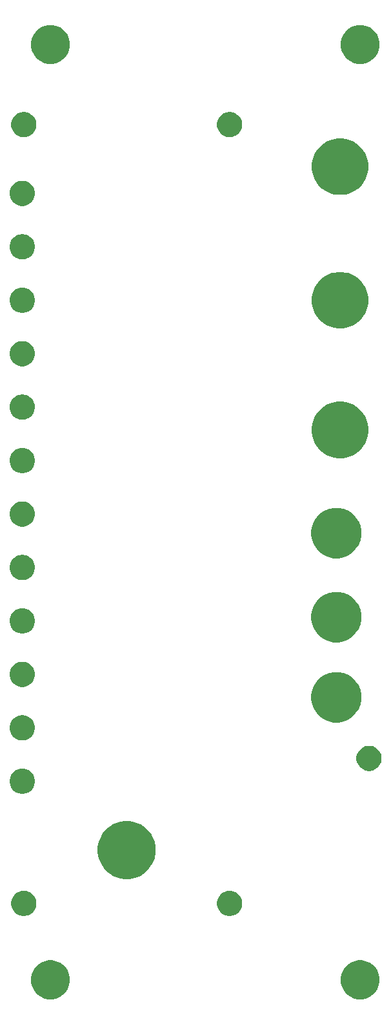
<source format=gbr>
G04 #@! TF.GenerationSoftware,KiCad,Pcbnew,(5.1.2)-1*
G04 #@! TF.CreationDate,2019-06-17T06:44:55-07:00*
G04 #@! TF.ProjectId,panel,70616e65-6c2e-46b6-9963-61645f706362,rev?*
G04 #@! TF.SameCoordinates,Original*
G04 #@! TF.FileFunction,Soldermask,Top*
G04 #@! TF.FilePolarity,Negative*
%FSLAX46Y46*%
G04 Gerber Fmt 4.6, Leading zero omitted, Abs format (unit mm)*
G04 Created by KiCad (PCBNEW (5.1.2)-1) date 2019-06-17 06:44:55*
%MOMM*%
%LPD*%
G04 APERTURE LIST*
%ADD10C,0.100000*%
G04 APERTURE END LIST*
D10*
G36*
X108884098Y-183047033D02*
G01*
X109348350Y-183239332D01*
X109348352Y-183239333D01*
X109766168Y-183518509D01*
X110121491Y-183873832D01*
X110400667Y-184291648D01*
X110400668Y-184291650D01*
X110592967Y-184755902D01*
X110691000Y-185248747D01*
X110691000Y-185751253D01*
X110592967Y-186244098D01*
X110400668Y-186708350D01*
X110400667Y-186708352D01*
X110121491Y-187126168D01*
X109766168Y-187481491D01*
X109348352Y-187760667D01*
X109348351Y-187760668D01*
X109348350Y-187760668D01*
X108884098Y-187952967D01*
X108391253Y-188051000D01*
X107888747Y-188051000D01*
X107395902Y-187952967D01*
X106931650Y-187760668D01*
X106931649Y-187760668D01*
X106931648Y-187760667D01*
X106513832Y-187481491D01*
X106158509Y-187126168D01*
X105879333Y-186708352D01*
X105879332Y-186708350D01*
X105687033Y-186244098D01*
X105589000Y-185751253D01*
X105589000Y-185248747D01*
X105687033Y-184755902D01*
X105879332Y-184291650D01*
X105879333Y-184291648D01*
X106158509Y-183873832D01*
X106513832Y-183518509D01*
X106931648Y-183239333D01*
X106931650Y-183239332D01*
X107395902Y-183047033D01*
X107888747Y-182949000D01*
X108391253Y-182949000D01*
X108884098Y-183047033D01*
X108884098Y-183047033D01*
G37*
G36*
X68244098Y-183047033D02*
G01*
X68708350Y-183239332D01*
X68708352Y-183239333D01*
X69126168Y-183518509D01*
X69481491Y-183873832D01*
X69760667Y-184291648D01*
X69760668Y-184291650D01*
X69952967Y-184755902D01*
X70051000Y-185248747D01*
X70051000Y-185751253D01*
X69952967Y-186244098D01*
X69760668Y-186708350D01*
X69760667Y-186708352D01*
X69481491Y-187126168D01*
X69126168Y-187481491D01*
X68708352Y-187760667D01*
X68708351Y-187760668D01*
X68708350Y-187760668D01*
X68244098Y-187952967D01*
X67751253Y-188051000D01*
X67248747Y-188051000D01*
X66755902Y-187952967D01*
X66291650Y-187760668D01*
X66291649Y-187760668D01*
X66291648Y-187760667D01*
X65873832Y-187481491D01*
X65518509Y-187126168D01*
X65239333Y-186708352D01*
X65239332Y-186708350D01*
X65047033Y-186244098D01*
X64949000Y-185751253D01*
X64949000Y-185248747D01*
X65047033Y-184755902D01*
X65239332Y-184291650D01*
X65239333Y-184291648D01*
X65518509Y-183873832D01*
X65873832Y-183518509D01*
X66291648Y-183239333D01*
X66291650Y-183239332D01*
X66755902Y-183047033D01*
X67248747Y-182949000D01*
X67751253Y-182949000D01*
X68244098Y-183047033D01*
X68244098Y-183047033D01*
G37*
G36*
X91375256Y-173891298D02*
G01*
X91481579Y-173912447D01*
X91782042Y-174036903D01*
X92052451Y-174217585D01*
X92282415Y-174447549D01*
X92463097Y-174717958D01*
X92587553Y-175018421D01*
X92651000Y-175337391D01*
X92651000Y-175662609D01*
X92587553Y-175981579D01*
X92463097Y-176282042D01*
X92282415Y-176552451D01*
X92052451Y-176782415D01*
X91782042Y-176963097D01*
X91481579Y-177087553D01*
X91375256Y-177108702D01*
X91162611Y-177151000D01*
X90837389Y-177151000D01*
X90624744Y-177108702D01*
X90518421Y-177087553D01*
X90217958Y-176963097D01*
X89947549Y-176782415D01*
X89717585Y-176552451D01*
X89536903Y-176282042D01*
X89412447Y-175981579D01*
X89349000Y-175662609D01*
X89349000Y-175337391D01*
X89412447Y-175018421D01*
X89536903Y-174717958D01*
X89717585Y-174447549D01*
X89947549Y-174217585D01*
X90217958Y-174036903D01*
X90518421Y-173912447D01*
X90624744Y-173891298D01*
X90837389Y-173849000D01*
X91162611Y-173849000D01*
X91375256Y-173891298D01*
X91375256Y-173891298D01*
G37*
G36*
X64375256Y-173891298D02*
G01*
X64481579Y-173912447D01*
X64782042Y-174036903D01*
X65052451Y-174217585D01*
X65282415Y-174447549D01*
X65463097Y-174717958D01*
X65587553Y-175018421D01*
X65651000Y-175337391D01*
X65651000Y-175662609D01*
X65587553Y-175981579D01*
X65463097Y-176282042D01*
X65282415Y-176552451D01*
X65052451Y-176782415D01*
X64782042Y-176963097D01*
X64481579Y-177087553D01*
X64375256Y-177108702D01*
X64162611Y-177151000D01*
X63837389Y-177151000D01*
X63624744Y-177108702D01*
X63518421Y-177087553D01*
X63217958Y-176963097D01*
X62947549Y-176782415D01*
X62717585Y-176552451D01*
X62536903Y-176282042D01*
X62412447Y-175981579D01*
X62349000Y-175662609D01*
X62349000Y-175337391D01*
X62412447Y-175018421D01*
X62536903Y-174717958D01*
X62717585Y-174447549D01*
X62947549Y-174217585D01*
X63217958Y-174036903D01*
X63518421Y-173912447D01*
X63624744Y-173891298D01*
X63837389Y-173849000D01*
X64162611Y-173849000D01*
X64375256Y-173891298D01*
X64375256Y-173891298D01*
G37*
G36*
X78608710Y-164845070D02*
G01*
X79300447Y-165131597D01*
X79300448Y-165131598D01*
X79922996Y-165547571D01*
X80452429Y-166077004D01*
X80730374Y-166492978D01*
X80868403Y-166699553D01*
X81154930Y-167391290D01*
X81301000Y-168125633D01*
X81301000Y-168874367D01*
X81154930Y-169608710D01*
X80868403Y-170300447D01*
X80868402Y-170300448D01*
X80452429Y-170922996D01*
X79922996Y-171452429D01*
X79507022Y-171730374D01*
X79300447Y-171868403D01*
X78608710Y-172154930D01*
X77874367Y-172301000D01*
X77125633Y-172301000D01*
X76391290Y-172154930D01*
X75699553Y-171868403D01*
X75492978Y-171730374D01*
X75077004Y-171452429D01*
X74547571Y-170922996D01*
X74131598Y-170300448D01*
X74131597Y-170300447D01*
X73845070Y-169608710D01*
X73699000Y-168874367D01*
X73699000Y-168125633D01*
X73845070Y-167391290D01*
X74131597Y-166699553D01*
X74269626Y-166492978D01*
X74547571Y-166077004D01*
X75077004Y-165547571D01*
X75699552Y-165131598D01*
X75699553Y-165131597D01*
X76391290Y-164845070D01*
X77125633Y-164699000D01*
X77874367Y-164699000D01*
X78608710Y-164845070D01*
X78608710Y-164845070D01*
G37*
G36*
X64175256Y-157891298D02*
G01*
X64281579Y-157912447D01*
X64582042Y-158036903D01*
X64852451Y-158217585D01*
X65082415Y-158447549D01*
X65263097Y-158717958D01*
X65387553Y-159018421D01*
X65451000Y-159337391D01*
X65451000Y-159662609D01*
X65387553Y-159981579D01*
X65263097Y-160282042D01*
X65082415Y-160552451D01*
X64852451Y-160782415D01*
X64582042Y-160963097D01*
X64281579Y-161087553D01*
X64175256Y-161108702D01*
X63962611Y-161151000D01*
X63637389Y-161151000D01*
X63424744Y-161108702D01*
X63318421Y-161087553D01*
X63017958Y-160963097D01*
X62747549Y-160782415D01*
X62517585Y-160552451D01*
X62336903Y-160282042D01*
X62212447Y-159981579D01*
X62149000Y-159662609D01*
X62149000Y-159337391D01*
X62212447Y-159018421D01*
X62336903Y-158717958D01*
X62517585Y-158447549D01*
X62747549Y-158217585D01*
X63017958Y-158036903D01*
X63318421Y-157912447D01*
X63424744Y-157891298D01*
X63637389Y-157849000D01*
X63962611Y-157849000D01*
X64175256Y-157891298D01*
X64175256Y-157891298D01*
G37*
G36*
X109675256Y-154891298D02*
G01*
X109781579Y-154912447D01*
X110082042Y-155036903D01*
X110352451Y-155217585D01*
X110582415Y-155447549D01*
X110763097Y-155717958D01*
X110887553Y-156018421D01*
X110951000Y-156337391D01*
X110951000Y-156662609D01*
X110887553Y-156981579D01*
X110763097Y-157282042D01*
X110582415Y-157552451D01*
X110352451Y-157782415D01*
X110082042Y-157963097D01*
X109781579Y-158087553D01*
X109675256Y-158108702D01*
X109462611Y-158151000D01*
X109137389Y-158151000D01*
X108924744Y-158108702D01*
X108818421Y-158087553D01*
X108517958Y-157963097D01*
X108247549Y-157782415D01*
X108017585Y-157552451D01*
X107836903Y-157282042D01*
X107712447Y-156981579D01*
X107649000Y-156662609D01*
X107649000Y-156337391D01*
X107712447Y-156018421D01*
X107836903Y-155717958D01*
X108017585Y-155447549D01*
X108247549Y-155217585D01*
X108517958Y-155036903D01*
X108818421Y-154912447D01*
X108924744Y-154891298D01*
X109137389Y-154849000D01*
X109462611Y-154849000D01*
X109675256Y-154891298D01*
X109675256Y-154891298D01*
G37*
G36*
X64175256Y-150891298D02*
G01*
X64281579Y-150912447D01*
X64582042Y-151036903D01*
X64852451Y-151217585D01*
X65082415Y-151447549D01*
X65263097Y-151717958D01*
X65387553Y-152018421D01*
X65451000Y-152337391D01*
X65451000Y-152662609D01*
X65387553Y-152981579D01*
X65263097Y-153282042D01*
X65082415Y-153552451D01*
X64852451Y-153782415D01*
X64582042Y-153963097D01*
X64281579Y-154087553D01*
X64175256Y-154108702D01*
X63962611Y-154151000D01*
X63637389Y-154151000D01*
X63424744Y-154108702D01*
X63318421Y-154087553D01*
X63017958Y-153963097D01*
X62747549Y-153782415D01*
X62517585Y-153552451D01*
X62336903Y-153282042D01*
X62212447Y-152981579D01*
X62149000Y-152662609D01*
X62149000Y-152337391D01*
X62212447Y-152018421D01*
X62336903Y-151717958D01*
X62517585Y-151447549D01*
X62747549Y-151217585D01*
X63017958Y-151036903D01*
X63318421Y-150912447D01*
X63424744Y-150891298D01*
X63637389Y-150849000D01*
X63962611Y-150849000D01*
X64175256Y-150891298D01*
X64175256Y-150891298D01*
G37*
G36*
X105962865Y-145325855D02*
G01*
X106563608Y-145574691D01*
X106563610Y-145574692D01*
X107104265Y-145935946D01*
X107564054Y-146395735D01*
X107925308Y-146936390D01*
X107925309Y-146936392D01*
X108174145Y-147537135D01*
X108301000Y-148174879D01*
X108301000Y-148825121D01*
X108174145Y-149462865D01*
X107925309Y-150063608D01*
X107925308Y-150063610D01*
X107564054Y-150604265D01*
X107104265Y-151064054D01*
X106563610Y-151425308D01*
X106563609Y-151425309D01*
X106563608Y-151425309D01*
X105962865Y-151674145D01*
X105325121Y-151801000D01*
X104674879Y-151801000D01*
X104037135Y-151674145D01*
X103436392Y-151425309D01*
X103436391Y-151425309D01*
X103436390Y-151425308D01*
X102895735Y-151064054D01*
X102435946Y-150604265D01*
X102074692Y-150063610D01*
X102074691Y-150063608D01*
X101825855Y-149462865D01*
X101699000Y-148825121D01*
X101699000Y-148174879D01*
X101825855Y-147537135D01*
X102074691Y-146936392D01*
X102074692Y-146936390D01*
X102435946Y-146395735D01*
X102895735Y-145935946D01*
X103436390Y-145574692D01*
X103436392Y-145574691D01*
X104037135Y-145325855D01*
X104674879Y-145199000D01*
X105325121Y-145199000D01*
X105962865Y-145325855D01*
X105962865Y-145325855D01*
G37*
G36*
X64175256Y-143891298D02*
G01*
X64281579Y-143912447D01*
X64582042Y-144036903D01*
X64852451Y-144217585D01*
X65082415Y-144447549D01*
X65082416Y-144447551D01*
X65263098Y-144717960D01*
X65387553Y-145018422D01*
X65448706Y-145325855D01*
X65451000Y-145337391D01*
X65451000Y-145662609D01*
X65387553Y-145981579D01*
X65263097Y-146282042D01*
X65082415Y-146552451D01*
X64852451Y-146782415D01*
X64582042Y-146963097D01*
X64281579Y-147087553D01*
X64175256Y-147108702D01*
X63962611Y-147151000D01*
X63637389Y-147151000D01*
X63424744Y-147108702D01*
X63318421Y-147087553D01*
X63017958Y-146963097D01*
X62747549Y-146782415D01*
X62517585Y-146552451D01*
X62336903Y-146282042D01*
X62212447Y-145981579D01*
X62149000Y-145662609D01*
X62149000Y-145337391D01*
X62151295Y-145325855D01*
X62212447Y-145018422D01*
X62336902Y-144717960D01*
X62517584Y-144447551D01*
X62517585Y-144447549D01*
X62747549Y-144217585D01*
X63017958Y-144036903D01*
X63318421Y-143912447D01*
X63424744Y-143891298D01*
X63637389Y-143849000D01*
X63962611Y-143849000D01*
X64175256Y-143891298D01*
X64175256Y-143891298D01*
G37*
G36*
X105962865Y-134825855D02*
G01*
X106563608Y-135074691D01*
X106563610Y-135074692D01*
X107104265Y-135435946D01*
X107564054Y-135895735D01*
X107925308Y-136436390D01*
X107925309Y-136436392D01*
X108174145Y-137037135D01*
X108301000Y-137674879D01*
X108301000Y-138325121D01*
X108174145Y-138962865D01*
X107929931Y-139552449D01*
X107925308Y-139563610D01*
X107564054Y-140104265D01*
X107104265Y-140564054D01*
X106563610Y-140925308D01*
X106563609Y-140925309D01*
X106563608Y-140925309D01*
X105962865Y-141174145D01*
X105325121Y-141301000D01*
X104674879Y-141301000D01*
X104037135Y-141174145D01*
X103436392Y-140925309D01*
X103436391Y-140925309D01*
X103436390Y-140925308D01*
X102895735Y-140564054D01*
X102435946Y-140104265D01*
X102074692Y-139563610D01*
X102070069Y-139552449D01*
X101825855Y-138962865D01*
X101699000Y-138325121D01*
X101699000Y-137674879D01*
X101825855Y-137037135D01*
X102074691Y-136436392D01*
X102074692Y-136436390D01*
X102435946Y-135895735D01*
X102895735Y-135435946D01*
X103436390Y-135074692D01*
X103436392Y-135074691D01*
X104037135Y-134825855D01*
X104674879Y-134699000D01*
X105325121Y-134699000D01*
X105962865Y-134825855D01*
X105962865Y-134825855D01*
G37*
G36*
X64175256Y-136891298D02*
G01*
X64281579Y-136912447D01*
X64582042Y-137036903D01*
X64852451Y-137217585D01*
X65082415Y-137447549D01*
X65082416Y-137447551D01*
X65263098Y-137717960D01*
X65387553Y-138018422D01*
X65448560Y-138325121D01*
X65451000Y-138337391D01*
X65451000Y-138662609D01*
X65387553Y-138981579D01*
X65263097Y-139282042D01*
X65082415Y-139552451D01*
X64852451Y-139782415D01*
X64582042Y-139963097D01*
X64281579Y-140087553D01*
X64197567Y-140104264D01*
X63962611Y-140151000D01*
X63637389Y-140151000D01*
X63402433Y-140104264D01*
X63318421Y-140087553D01*
X63017958Y-139963097D01*
X62747549Y-139782415D01*
X62517585Y-139552451D01*
X62336903Y-139282042D01*
X62212447Y-138981579D01*
X62149000Y-138662609D01*
X62149000Y-138337391D01*
X62151441Y-138325121D01*
X62212447Y-138018422D01*
X62336902Y-137717960D01*
X62517584Y-137447551D01*
X62517585Y-137447549D01*
X62747549Y-137217585D01*
X63017958Y-137036903D01*
X63318421Y-136912447D01*
X63424744Y-136891298D01*
X63637389Y-136849000D01*
X63962611Y-136849000D01*
X64175256Y-136891298D01*
X64175256Y-136891298D01*
G37*
G36*
X64175256Y-129891298D02*
G01*
X64281579Y-129912447D01*
X64582042Y-130036903D01*
X64852451Y-130217585D01*
X65082415Y-130447549D01*
X65263097Y-130717958D01*
X65387553Y-131018421D01*
X65451000Y-131337391D01*
X65451000Y-131662609D01*
X65387553Y-131981579D01*
X65263097Y-132282042D01*
X65082415Y-132552451D01*
X64852451Y-132782415D01*
X64582042Y-132963097D01*
X64281579Y-133087553D01*
X64175256Y-133108702D01*
X63962611Y-133151000D01*
X63637389Y-133151000D01*
X63424744Y-133108702D01*
X63318421Y-133087553D01*
X63017958Y-132963097D01*
X62747549Y-132782415D01*
X62517585Y-132552451D01*
X62336903Y-132282042D01*
X62212447Y-131981579D01*
X62149000Y-131662609D01*
X62149000Y-131337391D01*
X62212447Y-131018421D01*
X62336903Y-130717958D01*
X62517585Y-130447549D01*
X62747549Y-130217585D01*
X63017958Y-130036903D01*
X63318421Y-129912447D01*
X63424744Y-129891298D01*
X63637389Y-129849000D01*
X63962611Y-129849000D01*
X64175256Y-129891298D01*
X64175256Y-129891298D01*
G37*
G36*
X105962865Y-123825855D02*
G01*
X106563608Y-124074691D01*
X106563610Y-124074692D01*
X107104265Y-124435946D01*
X107564054Y-124895735D01*
X107822176Y-125282042D01*
X107925309Y-125436392D01*
X108174145Y-126037135D01*
X108301000Y-126674879D01*
X108301000Y-127325121D01*
X108174145Y-127962865D01*
X107925309Y-128563608D01*
X107925308Y-128563610D01*
X107564054Y-129104265D01*
X107104265Y-129564054D01*
X106563610Y-129925308D01*
X106563609Y-129925309D01*
X106563608Y-129925309D01*
X105962865Y-130174145D01*
X105325121Y-130301000D01*
X104674879Y-130301000D01*
X104037135Y-130174145D01*
X103436392Y-129925309D01*
X103436391Y-129925309D01*
X103436390Y-129925308D01*
X102895735Y-129564054D01*
X102435946Y-129104265D01*
X102074692Y-128563610D01*
X102074691Y-128563608D01*
X101825855Y-127962865D01*
X101699000Y-127325121D01*
X101699000Y-126674879D01*
X101825855Y-126037135D01*
X102074691Y-125436392D01*
X102177824Y-125282042D01*
X102435946Y-124895735D01*
X102895735Y-124435946D01*
X103436390Y-124074692D01*
X103436392Y-124074691D01*
X104037135Y-123825855D01*
X104674879Y-123699000D01*
X105325121Y-123699000D01*
X105962865Y-123825855D01*
X105962865Y-123825855D01*
G37*
G36*
X64175256Y-122891298D02*
G01*
X64281579Y-122912447D01*
X64582042Y-123036903D01*
X64852451Y-123217585D01*
X65082415Y-123447549D01*
X65263097Y-123717958D01*
X65387553Y-124018421D01*
X65451000Y-124337391D01*
X65451000Y-124662609D01*
X65387553Y-124981579D01*
X65263097Y-125282042D01*
X65082415Y-125552451D01*
X64852451Y-125782415D01*
X64582042Y-125963097D01*
X64281579Y-126087553D01*
X64175256Y-126108702D01*
X63962611Y-126151000D01*
X63637389Y-126151000D01*
X63424744Y-126108702D01*
X63318421Y-126087553D01*
X63017958Y-125963097D01*
X62747549Y-125782415D01*
X62517585Y-125552451D01*
X62336903Y-125282042D01*
X62212447Y-124981579D01*
X62149000Y-124662609D01*
X62149000Y-124337391D01*
X62212447Y-124018421D01*
X62336903Y-123717958D01*
X62517585Y-123447549D01*
X62747549Y-123217585D01*
X63017958Y-123036903D01*
X63318421Y-122912447D01*
X63424744Y-122891298D01*
X63637389Y-122849000D01*
X63962611Y-122849000D01*
X64175256Y-122891298D01*
X64175256Y-122891298D01*
G37*
G36*
X64175256Y-115891298D02*
G01*
X64281579Y-115912447D01*
X64582042Y-116036903D01*
X64852451Y-116217585D01*
X65082415Y-116447549D01*
X65263097Y-116717958D01*
X65387553Y-117018421D01*
X65451000Y-117337391D01*
X65451000Y-117662609D01*
X65387553Y-117981579D01*
X65263097Y-118282042D01*
X65082415Y-118552451D01*
X64852451Y-118782415D01*
X64582042Y-118963097D01*
X64281579Y-119087553D01*
X64175256Y-119108702D01*
X63962611Y-119151000D01*
X63637389Y-119151000D01*
X63424744Y-119108702D01*
X63318421Y-119087553D01*
X63017958Y-118963097D01*
X62747549Y-118782415D01*
X62517585Y-118552451D01*
X62336903Y-118282042D01*
X62212447Y-117981579D01*
X62149000Y-117662609D01*
X62149000Y-117337391D01*
X62212447Y-117018421D01*
X62336903Y-116717958D01*
X62517585Y-116447549D01*
X62747549Y-116217585D01*
X63017958Y-116036903D01*
X63318421Y-115912447D01*
X63424744Y-115891298D01*
X63637389Y-115849000D01*
X63962611Y-115849000D01*
X64175256Y-115891298D01*
X64175256Y-115891298D01*
G37*
G36*
X106222030Y-109870114D02*
G01*
X106579542Y-109941227D01*
X107253081Y-110220216D01*
X107859250Y-110625245D01*
X108374755Y-111140750D01*
X108779784Y-111746919D01*
X109058773Y-112420458D01*
X109201000Y-113135483D01*
X109201000Y-113864517D01*
X109058773Y-114579542D01*
X108779784Y-115253081D01*
X108374755Y-115859250D01*
X107859250Y-116374755D01*
X107253081Y-116779784D01*
X106579542Y-117058773D01*
X106222029Y-117129887D01*
X105864518Y-117201000D01*
X105135482Y-117201000D01*
X104777971Y-117129887D01*
X104420458Y-117058773D01*
X103746919Y-116779784D01*
X103140750Y-116374755D01*
X102625245Y-115859250D01*
X102220216Y-115253081D01*
X101941227Y-114579542D01*
X101799000Y-113864517D01*
X101799000Y-113135483D01*
X101941227Y-112420458D01*
X102220216Y-111746919D01*
X102625245Y-111140750D01*
X103140750Y-110625245D01*
X103746919Y-110220216D01*
X104420458Y-109941227D01*
X104777970Y-109870114D01*
X105135482Y-109799000D01*
X105864518Y-109799000D01*
X106222030Y-109870114D01*
X106222030Y-109870114D01*
G37*
G36*
X64175256Y-108891298D02*
G01*
X64281579Y-108912447D01*
X64582042Y-109036903D01*
X64852451Y-109217585D01*
X65082415Y-109447549D01*
X65082416Y-109447551D01*
X65263098Y-109717960D01*
X65387553Y-110018422D01*
X65427693Y-110220216D01*
X65451000Y-110337391D01*
X65451000Y-110662609D01*
X65387553Y-110981579D01*
X65263097Y-111282042D01*
X65082415Y-111552451D01*
X64852451Y-111782415D01*
X64582042Y-111963097D01*
X64281579Y-112087553D01*
X64175256Y-112108702D01*
X63962611Y-112151000D01*
X63637389Y-112151000D01*
X63424744Y-112108702D01*
X63318421Y-112087553D01*
X63017958Y-111963097D01*
X62747549Y-111782415D01*
X62517585Y-111552451D01*
X62336903Y-111282042D01*
X62212447Y-110981579D01*
X62149000Y-110662609D01*
X62149000Y-110337391D01*
X62172308Y-110220216D01*
X62212447Y-110018422D01*
X62336902Y-109717960D01*
X62517584Y-109447551D01*
X62517585Y-109447549D01*
X62747549Y-109217585D01*
X63017958Y-109036903D01*
X63318421Y-108912447D01*
X63424744Y-108891298D01*
X63637389Y-108849000D01*
X63962611Y-108849000D01*
X64175256Y-108891298D01*
X64175256Y-108891298D01*
G37*
G36*
X64175256Y-101891298D02*
G01*
X64281579Y-101912447D01*
X64582042Y-102036903D01*
X64852451Y-102217585D01*
X65082415Y-102447549D01*
X65263097Y-102717958D01*
X65387553Y-103018421D01*
X65451000Y-103337391D01*
X65451000Y-103662609D01*
X65387553Y-103981579D01*
X65263097Y-104282042D01*
X65082415Y-104552451D01*
X64852451Y-104782415D01*
X64582042Y-104963097D01*
X64281579Y-105087553D01*
X64175256Y-105108702D01*
X63962611Y-105151000D01*
X63637389Y-105151000D01*
X63424744Y-105108702D01*
X63318421Y-105087553D01*
X63017958Y-104963097D01*
X62747549Y-104782415D01*
X62517585Y-104552451D01*
X62336903Y-104282042D01*
X62212447Y-103981579D01*
X62149000Y-103662609D01*
X62149000Y-103337391D01*
X62212447Y-103018421D01*
X62336903Y-102717958D01*
X62517585Y-102447549D01*
X62747549Y-102217585D01*
X63017958Y-102036903D01*
X63318421Y-101912447D01*
X63424744Y-101891298D01*
X63637389Y-101849000D01*
X63962611Y-101849000D01*
X64175256Y-101891298D01*
X64175256Y-101891298D01*
G37*
G36*
X106222030Y-92870114D02*
G01*
X106579542Y-92941227D01*
X107253081Y-93220216D01*
X107859250Y-93625245D01*
X108374755Y-94140750D01*
X108779784Y-94746919D01*
X109058773Y-95420458D01*
X109201000Y-96135483D01*
X109201000Y-96864517D01*
X109058773Y-97579542D01*
X108779784Y-98253081D01*
X108374755Y-98859250D01*
X107859250Y-99374755D01*
X107253081Y-99779784D01*
X106579542Y-100058773D01*
X106222030Y-100129886D01*
X105864518Y-100201000D01*
X105135482Y-100201000D01*
X104777970Y-100129886D01*
X104420458Y-100058773D01*
X103746919Y-99779784D01*
X103140750Y-99374755D01*
X102625245Y-98859250D01*
X102220216Y-98253081D01*
X101941227Y-97579542D01*
X101799000Y-96864517D01*
X101799000Y-96135483D01*
X101941227Y-95420458D01*
X102220216Y-94746919D01*
X102625245Y-94140750D01*
X103140750Y-93625245D01*
X103746919Y-93220216D01*
X104420458Y-92941227D01*
X104777970Y-92870114D01*
X105135482Y-92799000D01*
X105864518Y-92799000D01*
X106222030Y-92870114D01*
X106222030Y-92870114D01*
G37*
G36*
X64175256Y-94891298D02*
G01*
X64281579Y-94912447D01*
X64582042Y-95036903D01*
X64852451Y-95217585D01*
X65082415Y-95447549D01*
X65263097Y-95717958D01*
X65387553Y-96018421D01*
X65451000Y-96337391D01*
X65451000Y-96662609D01*
X65387553Y-96981579D01*
X65263097Y-97282042D01*
X65082415Y-97552451D01*
X64852451Y-97782415D01*
X64582042Y-97963097D01*
X64281579Y-98087553D01*
X64175256Y-98108702D01*
X63962611Y-98151000D01*
X63637389Y-98151000D01*
X63424744Y-98108702D01*
X63318421Y-98087553D01*
X63017958Y-97963097D01*
X62747549Y-97782415D01*
X62517585Y-97552451D01*
X62336903Y-97282042D01*
X62212447Y-96981579D01*
X62149000Y-96662609D01*
X62149000Y-96337391D01*
X62212447Y-96018421D01*
X62336903Y-95717958D01*
X62517585Y-95447549D01*
X62747549Y-95217585D01*
X63017958Y-95036903D01*
X63318421Y-94912447D01*
X63424744Y-94891298D01*
X63637389Y-94849000D01*
X63962611Y-94849000D01*
X64175256Y-94891298D01*
X64175256Y-94891298D01*
G37*
G36*
X64175256Y-87891298D02*
G01*
X64281579Y-87912447D01*
X64582042Y-88036903D01*
X64852451Y-88217585D01*
X65082415Y-88447549D01*
X65263097Y-88717958D01*
X65387553Y-89018421D01*
X65451000Y-89337391D01*
X65451000Y-89662609D01*
X65387553Y-89981579D01*
X65263097Y-90282042D01*
X65082415Y-90552451D01*
X64852451Y-90782415D01*
X64582042Y-90963097D01*
X64281579Y-91087553D01*
X64175256Y-91108702D01*
X63962611Y-91151000D01*
X63637389Y-91151000D01*
X63424744Y-91108702D01*
X63318421Y-91087553D01*
X63017958Y-90963097D01*
X62747549Y-90782415D01*
X62517585Y-90552451D01*
X62336903Y-90282042D01*
X62212447Y-89981579D01*
X62149000Y-89662609D01*
X62149000Y-89337391D01*
X62212447Y-89018421D01*
X62336903Y-88717958D01*
X62517585Y-88447549D01*
X62747549Y-88217585D01*
X63017958Y-88036903D01*
X63318421Y-87912447D01*
X63424744Y-87891298D01*
X63637389Y-87849000D01*
X63962611Y-87849000D01*
X64175256Y-87891298D01*
X64175256Y-87891298D01*
G37*
G36*
X64175256Y-80891298D02*
G01*
X64281579Y-80912447D01*
X64582042Y-81036903D01*
X64852451Y-81217585D01*
X65082415Y-81447549D01*
X65263097Y-81717958D01*
X65328045Y-81874755D01*
X65387553Y-82018422D01*
X65439542Y-82279784D01*
X65451000Y-82337391D01*
X65451000Y-82662609D01*
X65387553Y-82981579D01*
X65263097Y-83282042D01*
X65082415Y-83552451D01*
X64852451Y-83782415D01*
X64582042Y-83963097D01*
X64281579Y-84087553D01*
X64175256Y-84108702D01*
X63962611Y-84151000D01*
X63637389Y-84151000D01*
X63424744Y-84108702D01*
X63318421Y-84087553D01*
X63017958Y-83963097D01*
X62747549Y-83782415D01*
X62517585Y-83552451D01*
X62336903Y-83282042D01*
X62212447Y-82981579D01*
X62149000Y-82662609D01*
X62149000Y-82337391D01*
X62160459Y-82279784D01*
X62212447Y-82018422D01*
X62271956Y-81874755D01*
X62336903Y-81717958D01*
X62517585Y-81447549D01*
X62747549Y-81217585D01*
X63017958Y-81036903D01*
X63318421Y-80912447D01*
X63424744Y-80891298D01*
X63637389Y-80849000D01*
X63962611Y-80849000D01*
X64175256Y-80891298D01*
X64175256Y-80891298D01*
G37*
G36*
X106222029Y-75370113D02*
G01*
X106579542Y-75441227D01*
X107253081Y-75720216D01*
X107859250Y-76125245D01*
X108374755Y-76640750D01*
X108779784Y-77246919D01*
X109058773Y-77920458D01*
X109201000Y-78635483D01*
X109201000Y-79364517D01*
X109058773Y-80079542D01*
X108779784Y-80753081D01*
X108374755Y-81359250D01*
X107859250Y-81874755D01*
X107253081Y-82279784D01*
X106579542Y-82558773D01*
X106222029Y-82629887D01*
X105864518Y-82701000D01*
X105135482Y-82701000D01*
X104777971Y-82629887D01*
X104420458Y-82558773D01*
X103746919Y-82279784D01*
X103140750Y-81874755D01*
X102625245Y-81359250D01*
X102220216Y-80753081D01*
X101941227Y-80079542D01*
X101799000Y-79364517D01*
X101799000Y-78635483D01*
X101941227Y-77920458D01*
X102220216Y-77246919D01*
X102625245Y-76640750D01*
X103140750Y-76125245D01*
X103746919Y-75720216D01*
X104420458Y-75441227D01*
X104777971Y-75370113D01*
X105135482Y-75299000D01*
X105864518Y-75299000D01*
X106222029Y-75370113D01*
X106222029Y-75370113D01*
G37*
G36*
X64375256Y-71891298D02*
G01*
X64481579Y-71912447D01*
X64782042Y-72036903D01*
X65052451Y-72217585D01*
X65282415Y-72447549D01*
X65463097Y-72717958D01*
X65587553Y-73018421D01*
X65651000Y-73337391D01*
X65651000Y-73662609D01*
X65587553Y-73981579D01*
X65463097Y-74282042D01*
X65282415Y-74552451D01*
X65052451Y-74782415D01*
X64782042Y-74963097D01*
X64481579Y-75087553D01*
X64375256Y-75108702D01*
X64162611Y-75151000D01*
X63837389Y-75151000D01*
X63624744Y-75108702D01*
X63518421Y-75087553D01*
X63217958Y-74963097D01*
X62947549Y-74782415D01*
X62717585Y-74552451D01*
X62536903Y-74282042D01*
X62412447Y-73981579D01*
X62349000Y-73662609D01*
X62349000Y-73337391D01*
X62412447Y-73018421D01*
X62536903Y-72717958D01*
X62717585Y-72447549D01*
X62947549Y-72217585D01*
X63217958Y-72036903D01*
X63518421Y-71912447D01*
X63624744Y-71891298D01*
X63837389Y-71849000D01*
X64162611Y-71849000D01*
X64375256Y-71891298D01*
X64375256Y-71891298D01*
G37*
G36*
X91375256Y-71891298D02*
G01*
X91481579Y-71912447D01*
X91782042Y-72036903D01*
X92052451Y-72217585D01*
X92282415Y-72447549D01*
X92463097Y-72717958D01*
X92587553Y-73018421D01*
X92651000Y-73337391D01*
X92651000Y-73662609D01*
X92587553Y-73981579D01*
X92463097Y-74282042D01*
X92282415Y-74552451D01*
X92052451Y-74782415D01*
X91782042Y-74963097D01*
X91481579Y-75087553D01*
X91375256Y-75108702D01*
X91162611Y-75151000D01*
X90837389Y-75151000D01*
X90624744Y-75108702D01*
X90518421Y-75087553D01*
X90217958Y-74963097D01*
X89947549Y-74782415D01*
X89717585Y-74552451D01*
X89536903Y-74282042D01*
X89412447Y-73981579D01*
X89349000Y-73662609D01*
X89349000Y-73337391D01*
X89412447Y-73018421D01*
X89536903Y-72717958D01*
X89717585Y-72447549D01*
X89947549Y-72217585D01*
X90217958Y-72036903D01*
X90518421Y-71912447D01*
X90624744Y-71891298D01*
X90837389Y-71849000D01*
X91162611Y-71849000D01*
X91375256Y-71891298D01*
X91375256Y-71891298D01*
G37*
G36*
X68244098Y-60547033D02*
G01*
X68708350Y-60739332D01*
X68708352Y-60739333D01*
X69126168Y-61018509D01*
X69481491Y-61373832D01*
X69760667Y-61791648D01*
X69760668Y-61791650D01*
X69952967Y-62255902D01*
X70051000Y-62748747D01*
X70051000Y-63251253D01*
X69952967Y-63744098D01*
X69760668Y-64208350D01*
X69760667Y-64208352D01*
X69481491Y-64626168D01*
X69126168Y-64981491D01*
X68708352Y-65260667D01*
X68708351Y-65260668D01*
X68708350Y-65260668D01*
X68244098Y-65452967D01*
X67751253Y-65551000D01*
X67248747Y-65551000D01*
X66755902Y-65452967D01*
X66291650Y-65260668D01*
X66291649Y-65260668D01*
X66291648Y-65260667D01*
X65873832Y-64981491D01*
X65518509Y-64626168D01*
X65239333Y-64208352D01*
X65239332Y-64208350D01*
X65047033Y-63744098D01*
X64949000Y-63251253D01*
X64949000Y-62748747D01*
X65047033Y-62255902D01*
X65239332Y-61791650D01*
X65239333Y-61791648D01*
X65518509Y-61373832D01*
X65873832Y-61018509D01*
X66291648Y-60739333D01*
X66291650Y-60739332D01*
X66755902Y-60547033D01*
X67248747Y-60449000D01*
X67751253Y-60449000D01*
X68244098Y-60547033D01*
X68244098Y-60547033D01*
G37*
G36*
X108884098Y-60547033D02*
G01*
X109348350Y-60739332D01*
X109348352Y-60739333D01*
X109766168Y-61018509D01*
X110121491Y-61373832D01*
X110400667Y-61791648D01*
X110400668Y-61791650D01*
X110592967Y-62255902D01*
X110691000Y-62748747D01*
X110691000Y-63251253D01*
X110592967Y-63744098D01*
X110400668Y-64208350D01*
X110400667Y-64208352D01*
X110121491Y-64626168D01*
X109766168Y-64981491D01*
X109348352Y-65260667D01*
X109348351Y-65260668D01*
X109348350Y-65260668D01*
X108884098Y-65452967D01*
X108391253Y-65551000D01*
X107888747Y-65551000D01*
X107395902Y-65452967D01*
X106931650Y-65260668D01*
X106931649Y-65260668D01*
X106931648Y-65260667D01*
X106513832Y-64981491D01*
X106158509Y-64626168D01*
X105879333Y-64208352D01*
X105879332Y-64208350D01*
X105687033Y-63744098D01*
X105589000Y-63251253D01*
X105589000Y-62748747D01*
X105687033Y-62255902D01*
X105879332Y-61791650D01*
X105879333Y-61791648D01*
X106158509Y-61373832D01*
X106513832Y-61018509D01*
X106931648Y-60739333D01*
X106931650Y-60739332D01*
X107395902Y-60547033D01*
X107888747Y-60449000D01*
X108391253Y-60449000D01*
X108884098Y-60547033D01*
X108884098Y-60547033D01*
G37*
M02*

</source>
